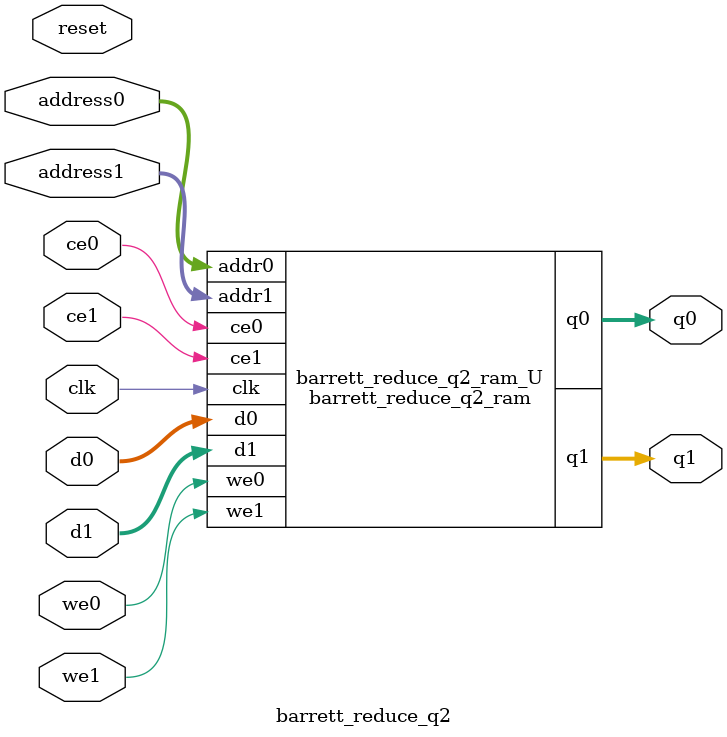
<source format=v>

`timescale 1 ns / 1 ps
module barrett_reduce_q2_ram (addr0, ce0, d0, we0, q0, addr1, ce1, d1, we1, q1,  clk);

parameter DWIDTH = 32;
parameter AWIDTH = 7;
parameter MEM_SIZE = 66;

input[AWIDTH-1:0] addr0;
input ce0;
input[DWIDTH-1:0] d0;
input we0;
output reg[DWIDTH-1:0] q0;
input[AWIDTH-1:0] addr1;
input ce1;
input[DWIDTH-1:0] d1;
input we1;
output reg[DWIDTH-1:0] q1;
input clk;

(* ram_style = "block" *)reg [DWIDTH-1:0] ram[0:MEM_SIZE-1];




always @(posedge clk)  
begin 
    if (ce0) 
    begin
        if (we0) 
        begin 
            ram[addr0] <= d0; 
            q0 <= d0;
        end 
        else 
            q0 <= ram[addr0];
    end
end


always @(posedge clk)  
begin 
    if (ce1) 
    begin
        if (we1) 
        begin 
            ram[addr1] <= d1; 
            q1 <= d1;
        end 
        else 
            q1 <= ram[addr1];
    end
end


endmodule


`timescale 1 ns / 1 ps
module barrett_reduce_q2(
    reset,
    clk,
    address0,
    ce0,
    we0,
    d0,
    q0,
    address1,
    ce1,
    we1,
    d1,
    q1);

parameter DataWidth = 32'd32;
parameter AddressRange = 32'd66;
parameter AddressWidth = 32'd7;
input reset;
input clk;
input[AddressWidth - 1:0] address0;
input ce0;
input we0;
input[DataWidth - 1:0] d0;
output[DataWidth - 1:0] q0;
input[AddressWidth - 1:0] address1;
input ce1;
input we1;
input[DataWidth - 1:0] d1;
output[DataWidth - 1:0] q1;



barrett_reduce_q2_ram barrett_reduce_q2_ram_U(
    .clk( clk ),
    .addr0( address0 ),
    .ce0( ce0 ),
    .d0( d0 ),
    .we0( we0 ),
    .q0( q0 ),
    .addr1( address1 ),
    .ce1( ce1 ),
    .d1( d1 ),
    .we1( we1 ),
    .q1( q1 ));

endmodule


</source>
